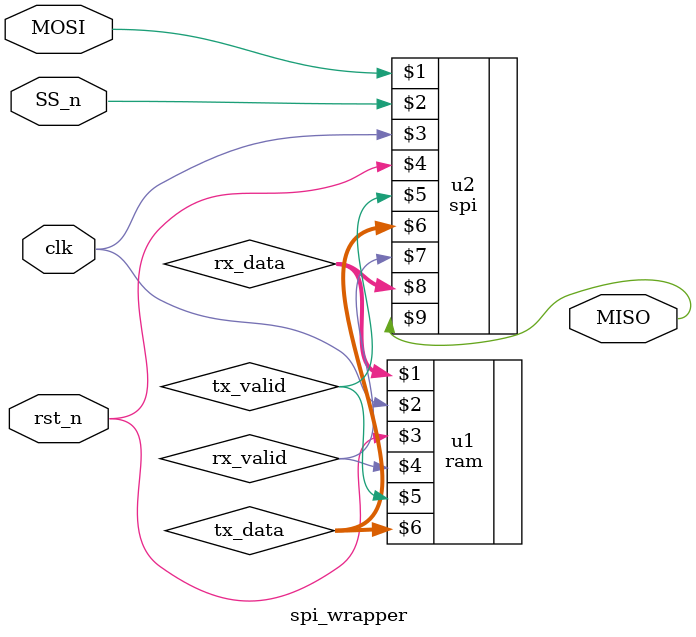
<source format=v>
module spi_wrapper (

    input MOSI , clk , rst_n , SS_n ,
    output MISO 
);

wire [9:0] rx_data ; 
wire [7:0] tx_data ;
wire rx_valid ;
wire tx_valid ;

ram  u1(

     rx_data , 
     clk ,rst_n , rx_valid ,
     tx_valid ,
     tx_data
    );

spi u2(
    MOSI, SS_n, clk, rst_n,
     tx_valid,
     tx_data,
     rx_valid,
     rx_data,
     MISO

);

endmodule 

</source>
